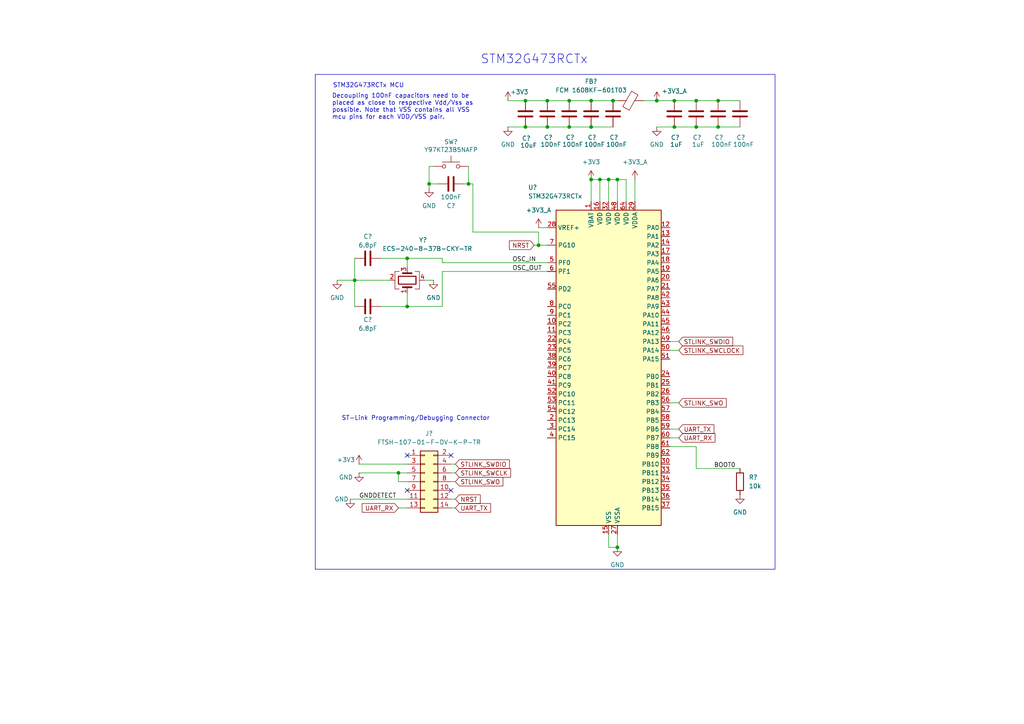
<source format=kicad_sch>
(kicad_sch (version 20250114) (generator "eeschema") (generator_version "9.0")
  (paper "A4")
  (lib_symbols
    (symbol "Connector_Generic:Conn_02x07_Odd_Even" (pin_names (offset 1.016) (hide yes))
      (property "Reference" "J" (at 1.27 10.16 0))
      (property "Value" "Conn_02x07_Odd_Even" (at 1.27 -10.16 0))
      (symbol "Conn_02x07_Odd_Even_1_1"
        (rectangle (start -1.27 8.89) (end 3.81 -8.89) (stroke (width 0.254)) (fill (type background)))
        (rectangle (start -1.27 7.747) (end 0 7.493) (stroke (width 0.1524)))
        (rectangle (start -1.27 5.207) (end 0 4.953) (stroke (width 0.1524)))
        (rectangle (start -1.27 2.667) (end 0 2.413) (stroke (width 0.1524)))
        (rectangle (start -1.27 0.127) (end 0 -0.127) (stroke (width 0.1524)))
        (rectangle (start -1.27 -2.413) (end 0 -2.667) (stroke (width 0.1524)))
        (rectangle (start -1.27 -4.953) (end 0 -5.207) (stroke (width 0.1524)))
        (rectangle (start -1.27 -7.493) (end 0 -7.747) (stroke (width 0.1524)))
        (rectangle (start 3.81 7.747) (end 2.54 7.493) (stroke (width 0.1524)))
        (rectangle (start 3.81 5.207) (end 2.54 4.953) (stroke (width 0.1524)))
        (rectangle (start 3.81 2.667) (end 2.54 2.413) (stroke (width 0.1524)))
        (rectangle (start 3.81 0.127) (end 2.54 -0.127) (stroke (width 0.1524)))
        (rectangle (start 3.81 -2.413) (end 2.54 -2.667) (stroke (width 0.1524)))
        (rectangle (start 3.81 -4.953) (end 2.54 -5.207) (stroke (width 0.1524)))
        (rectangle (start 3.81 -7.493) (end 2.54 -7.747) (stroke (width 0.1524)))
        (pin passive line (at -5.08 7.62 0) (length 3.81) (name "Pin_1") (number "1"))
        (pin passive line (at -5.08 5.08 0) (length 3.81) (name "Pin_3") (number "3"))
        (pin passive line (at -5.08 2.54 0) (length 3.81) (name "Pin_5") (number "5"))
        (pin passive line (at -5.08 0 0) (length 3.81) (name "Pin_7") (number "7"))
        (pin passive line (at -5.08 -2.54 0) (length 3.81) (name "Pin_9") (number "9"))
        (pin passive line (at -5.08 -5.08 0) (length 3.81) (name "Pin_11") (number "11"))
        (pin passive line (at -5.08 -7.62 0) (length 3.81) (name "Pin_13") (number "13"))
        (pin passive line (at 7.62 7.62 180) (length 3.81) (name "Pin_2") (number "2"))
        (pin passive line (at 7.62 5.08 180) (length 3.81) (name "Pin_4") (number "4"))
        (pin passive line (at 7.62 2.54 180) (length 3.81) (name "Pin_6") (number "6"))
        (pin passive line (at 7.62 0 180) (length 3.81) (name "Pin_8") (number "8"))
        (pin passive line (at 7.62 -2.54 180) (length 3.81) (name "Pin_10") (number "10"))
        (pin passive line (at 7.62 -5.08 180) (length 3.81) (name "Pin_12") (number "12"))
        (pin passive line (at 7.62 -7.62 180) (length 3.81) (name "Pin_14") (number "14"))
      )
    )
    (symbol "Device:C" (pin_numbers (hide yes)) (pin_names (offset 0.254))
      (property "Reference" "C" (at 0.635 2.54 0))
      (property "Value" "C" (at 0.635 -2.54 0))
      (symbol "C_0_1"
        (polyline (pts (xy -2.032 0.762) (xy 2.032 0.762)) (stroke (width 0.508)))
        (polyline (pts (xy -2.032 -0.762) (xy 2.032 -0.762)) (stroke (width 0.508)))
      )
      (symbol "C_1_1"
        (pin passive line (at 0 3.81 270) (length 2.794) (name "~") (number "1"))
        (pin passive line (at 0 -3.81 90) (length 2.794) (name "~") (number "2"))
      )
    )
    (symbol "Device:Crystal_GND24" (pin_names (offset 1.016) (hide yes))
      (property "Reference" "Y" (at 3.175 5.08 0))
      (property "Value" "Crystal_GND24" (at 3.175 3.175 0))
      (symbol "Crystal_GND24_0_1"
        (polyline (pts (xy -2.54 2.286) (xy -2.54 3.556) (xy 2.54 3.556) (xy 2.54 2.286)))
        (polyline (pts (xy -2.54 0) (xy -2.032 0)))
        (polyline (pts (xy -2.54 -2.286) (xy -2.54 -3.556) (xy 2.54 -3.556) (xy 2.54 -2.286)))
        (polyline (pts (xy -2.032 -1.27) (xy -2.032 1.27)) (stroke (width 0.508)))
        (rectangle (start -1.143 2.54) (end 1.143 -2.54) (stroke (width 0.3048)))
        (polyline (pts (xy 0 3.556) (xy 0 3.81)))
        (polyline (pts (xy 0 -3.81) (xy 0 -3.556)))
        (polyline (pts (xy 2.032 0) (xy 2.54 0)))
        (polyline (pts (xy 2.032 -1.27) (xy 2.032 1.27)) (stroke (width 0.508)))
      )
      (symbol "Crystal_GND24_1_1"
        (pin passive line (at -3.81 0 0) (length 1.27) (name "1") (number "1"))
        (pin passive line (at 0 5.08 270) (length 1.27) (name "2") (number "2"))
        (pin passive line (at 0 -5.08 90) (length 1.27) (name "4") (number "4"))
        (pin passive line (at 3.81 0 180) (length 1.27) (name "3") (number "3"))
      )
    )
    (symbol "Device:FerriteBead" (pin_numbers (hide yes)) (pin_names (offset 0))
      (property "Reference" "FB" (at -3.81 0.635 90))
      (property "Value" "FerriteBead" (at 3.81 0 90))
      (symbol "FerriteBead_0_1"
        (polyline (pts (xy -2.7686 0.4064) (xy -1.7018 2.2606) (xy 2.7686 -0.3048) (xy 1.6764 -2.159) (xy -2.7686 0.4064)))
        (polyline (pts (xy 0 1.27) (xy 0 1.2954)))
        (polyline (pts (xy 0 -1.27) (xy 0 -1.2192)))
      )
      (symbol "FerriteBead_1_1"
        (pin passive line (at 0 3.81 270) (length 2.54) (name "~") (number "1"))
        (pin passive line (at 0 -3.81 90) (length 2.54) (name "~") (number "2"))
      )
    )
    (symbol "Device:R" (pin_numbers (hide yes)) (pin_names (offset 0))
      (property "Reference" "R" (at 2.032 0 90))
      (property "Value" "R" (at 0 0 90))
      (symbol "R_0_1"
        (rectangle (start -1.016 -2.54) (end 1.016 2.54) (stroke (width 0.254)))
      )
      (symbol "R_1_1"
        (pin passive line (at 0 3.81 270) (length 1.27) (name "~") (number "1"))
        (pin passive line (at 0 -3.81 90) (length 1.27) (name "~") (number "2"))
      )
    )
    (symbol "MCU_ST_STM32G4:STM32G473RCTx"
      (property "Reference" "U" (at -15.24 46.99 0))
      (property "Value" "STM32G473RCTx" (at 10.16 46.99 0))
      (symbol "STM32G473RCTx_0_1"
        (rectangle (start -15.24 -45.72) (end 15.24 45.72) (stroke (width 0.254)) (fill (type background)))
      )
      (symbol "STM32G473RCTx_1_1"
        (pin input line (at -17.78 40.64 0) (length 2.54) (name "VREF+") (number "28"))
        (pin bidirectional line (at -17.78 35.56 0) (length 2.54) (name "PG10") (number "7"))
        (pin bidirectional line (at -17.78 30.48 0) (length 2.54) (name "PF0") (number "5"))
        (pin bidirectional line (at -17.78 27.94 0) (length 2.54) (name "PF1") (number "6"))
        (pin bidirectional line (at -17.78 22.86 0) (length 2.54) (name "PD2") (number "55"))
        (pin bidirectional line (at -17.78 17.78 0) (length 2.54) (name "PC0") (number "8"))
        (pin bidirectional line (at -17.78 15.24 0) (length 2.54) (name "PC1") (number "9"))
        (pin bidirectional line (at -17.78 12.7 0) (length 2.54) (name "PC2") (number "10"))
        (pin bidirectional line (at -17.78 10.16 0) (length 2.54) (name "PC3") (number "11"))
        (pin bidirectional line (at -17.78 7.62 0) (length 2.54) (name "PC4") (number "22"))
        (pin bidirectional line (at -17.78 5.08 0) (length 2.54) (name "PC5") (number "23"))
        (pin bidirectional line (at -17.78 2.54 0) (length 2.54) (name "PC6") (number "38"))
        (pin bidirectional line (at -17.78 0 0) (length 2.54) (name "PC7") (number "39"))
        (pin bidirectional line (at -17.78 -2.54 0) (length 2.54) (name "PC8") (number "40"))
        (pin bidirectional line (at -17.78 -5.08 0) (length 2.54) (name "PC9") (number "41"))
        (pin bidirectional line (at -17.78 -7.62 0) (length 2.54) (name "PC10") (number "52"))
        (pin bidirectional line (at -17.78 -10.16 0) (length 2.54) (name "PC11") (number "53"))
        (pin bidirectional line (at -17.78 -12.7 0) (length 2.54) (name "PC12") (number "54"))
        (pin bidirectional line (at -17.78 -15.24 0) (length 2.54) (name "PC13") (number "2"))
        (pin bidirectional line (at -17.78 -17.78 0) (length 2.54) (name "PC14") (number "3"))
        (pin bidirectional line (at -17.78 -20.32 0) (length 2.54) (name "PC15") (number "4"))
        (pin power_in line (at -5.08 48.26 270) (length 2.54) (name "VBAT") (number "1"))
        (pin power_in line (at -2.54 48.26 270) (length 2.54) (name "VDD") (number "16"))
        (pin power_in line (at 0 48.26 270) (length 2.54) (name "VDD") (number "32"))
        (pin power_in line (at 0 -48.26 90) (length 2.54) (name "VSS") (number "15"))
        (pin passive line (at 0 -48.26 90) (length 2.54) (hide yes) (name "VSS") (number "31"))
        (pin passive line (at 0 -48.26 90) (length 2.54) (hide yes) (name "VSS") (number "47"))
        (pin passive line (at 0 -48.26 90) (length 2.54) (hide yes) (name "VSS") (number "63"))
        (pin power_in line (at 2.54 48.26 270) (length 2.54) (name "VDD") (number "48"))
        (pin power_in line (at 2.54 -48.26 90) (length 2.54) (name "VSSA") (number "27"))
        (pin power_in line (at 5.08 48.26 270) (length 2.54) (name "VDD") (number "64"))
        (pin power_in line (at 7.62 48.26 270) (length 2.54) (name "VDDA") (number "29"))
        (pin bidirectional line (at 17.78 40.64 180) (length 2.54) (name "PA0") (number "12"))
        (pin bidirectional line (at 17.78 38.1 180) (length 2.54) (name "PA1") (number "13"))
        (pin bidirectional line (at 17.78 35.56 180) (length 2.54) (name "PA2") (number "14"))
        (pin bidirectional line (at 17.78 33.02 180) (length 2.54) (name "PA3") (number "17"))
        (pin bidirectional line (at 17.78 30.48 180) (length 2.54) (name "PA4") (number "18"))
        (pin bidirectional line (at 17.78 27.94 180) (length 2.54) (name "PA5") (number "19"))
        (pin bidirectional line (at 17.78 25.4 180) (length 2.54) (name "PA6") (number "20"))
        (pin bidirectional line (at 17.78 22.86 180) (length 2.54) (name "PA7") (number "21"))
        (pin bidirectional line (at 17.78 20.32 180) (length 2.54) (name "PA8") (number "42"))
        (pin bidirectional line (at 17.78 17.78 180) (length 2.54) (name "PA9") (number "43"))
        (pin bidirectional line (at 17.78 15.24 180) (length 2.54) (name "PA10") (number "44"))
        (pin bidirectional line (at 17.78 12.7 180) (length 2.54) (name "PA11") (number "45"))
        (pin bidirectional line (at 17.78 10.16 180) (length 2.54) (name "PA12") (number "46"))
        (pin bidirectional line (at 17.78 7.62 180) (length 2.54) (name "PA13") (number "49"))
        (pin bidirectional line (at 17.78 5.08 180) (length 2.54) (name "PA14") (number "50"))
        (pin bidirectional line (at 17.78 2.54 180) (length 2.54) (name "PA15") (number "51"))
        (pin bidirectional line (at 17.78 -2.54 180) (length 2.54) (name "PB0") (number "24"))
        (pin bidirectional line (at 17.78 -5.08 180) (length 2.54) (name "PB1") (number "25"))
        (pin bidirectional line (at 17.78 -7.62 180) (length 2.54) (name "PB2") (number "26"))
        (pin bidirectional line (at 17.78 -10.16 180) (length 2.54) (name "PB3") (number "56"))
        (pin bidirectional line (at 17.78 -12.7 180) (length 2.54) (name "PB4") (number "57"))
        (pin bidirectional line (at 17.78 -15.24 180) (length 2.54) (name "PB5") (number "58"))
        (pin bidirectional line (at 17.78 -17.78 180) (length 2.54) (name "PB6") (number "59"))
        (pin bidirectional line (at 17.78 -20.32 180) (length 2.54) (name "PB7") (number "60"))
        (pin bidirectional line (at 17.78 -22.86 180) (length 2.54) (name "PB8") (number "61"))
        (pin bidirectional line (at 17.78 -25.4 180) (length 2.54) (name "PB9") (number "62"))
        (pin bidirectional line (at 17.78 -27.94 180) (length 2.54) (name "PB10") (number "30"))
        (pin bidirectional line (at 17.78 -30.48 180) (length 2.54) (name "PB11") (number "33"))
        (pin bidirectional line (at 17.78 -33.02 180) (length 2.54) (name "PB12") (number "34"))
        (pin bidirectional line (at 17.78 -35.56 180) (length 2.54) (name "PB13") (number "35"))
        (pin bidirectional line (at 17.78 -38.1 180) (length 2.54) (name "PB14") (number "36"))
        (pin bidirectional line (at 17.78 -40.64 180) (length 2.54) (name "PB15") (number "37"))
      )
    )
    (symbol "Switch:SW_Push" (pin_numbers (hide yes)) (pin_names (offset 1.016) (hide yes))
      (property "Reference" "SW" (at 1.27 2.54 0))
      (property "Value" "SW_Push" (at 0 -1.524 0))
      (symbol "SW_Push_0_1"
        (circle (center -2.032 0) (radius 0.508))
        (polyline (pts (xy 0 1.27) (xy 0 3.048)))
        (circle (center 2.032 0) (radius 0.508))
        (polyline (pts (xy 2.54 1.27) (xy -2.54 1.27)))
        (pin passive line (at -5.08 0 0) (length 2.54) (name "1") (number "1"))
        (pin passive line (at 5.08 0 180) (length 2.54) (name "2") (number "2"))
      )
    )
    (symbol "power:+3V3" (power) (pin_numbers (hide yes)) (pin_names (offset 0) (hide yes))
      (property "Value" "+3V3" (at 0 3.556 0))
      (symbol "+3V3_0_1"
        (polyline (pts (xy -0.762 1.27) (xy 0 2.54)))
        (polyline (pts (xy 0 2.54) (xy 0.762 1.27)))
        (polyline (pts (xy 0 0) (xy 0 2.54)))
      )
      (symbol "+3V3_1_1"
        (pin power_in line (at 0 0 90) (length 0) (name "~") (number "1"))
      )
    )
    (symbol "power:GND" (power) (pin_numbers (hide yes)) (pin_names (offset 0) (hide yes))
      (property "Value" "GND" (at 0 -3.81 0))
      (symbol "GND_0_1"
        (polyline (pts (xy 0 0) (xy 0 -1.27) (xy 1.27 -1.27) (xy 0 -2.54) (xy -1.27 -1.27) (xy 0 -1.27)))
      )
      (symbol "GND_1_1"
        (pin power_in line (at 0 0 270) (length 0) (name "~") (number "1"))
      )
    )
  )
  (rectangle (start 91.44 21.59) (end 224.79 165.1))
  (text "STM32G473RCTx" (at 154.94 17.272 0) (effects (font (size 2.54 2.54))))
  (text "ST-Link Programming/Debugging Connector" (at 99.06 120.65 0) (effects (font (size 1.27 1.27)) (justify left top)))
  (text "Decoupling 100nF capacitors need to be\nplaced as close to respective Vdd/Vss as\npossible. Note that VSS contains all VSS \nmcu pins for each VDD/VSS pair." (at 96.266 30.988 0) (effects (font (size 1.27 1.27)) (justify left)))
  (text "STM32G473RCTx MCU" (at 96.52 24.13 0) (effects (font (size 1.27 1.27)) (justify left top)))
  (junction (at 171.45 29.21))
  (junction (at 190.5 29.21))
  (junction (at 118.11 88.9))
  (junction (at 158.75 29.21))
  (junction (at 171.45 52.07))
  (junction (at 118.11 74.93))
  (junction (at 152.4 29.21))
  (junction (at 195.58 36.83))
  (junction (at 176.53 52.07))
  (junction (at 201.93 36.83))
  (junction (at 135.89 53.34))
  (junction (at 102.87 81.28))
  (junction (at 158.75 36.83))
  (junction (at 173.99 52.07))
  (junction (at 208.28 36.83))
  (junction (at 177.8 29.21))
  (junction (at 124.46 53.34))
  (junction (at 195.58 29.21))
  (junction (at 179.07 158.75))
  (junction (at 179.07 52.07))
  (junction (at 156.21 71.12))
  (junction (at 208.28 29.21))
  (junction (at 152.4 36.83))
  (junction (at 201.93 29.21))
  (junction (at 165.1 36.83))
  (junction (at 165.1 29.21))
  (junction (at 171.45 36.83))
  (junction (at 115.57 137.16))
  (no_connect (at 130.81 132.08))
  (no_connect (at 130.81 142.24))
  (no_connect (at 118.11 132.08))
  (no_connect (at 118.11 142.24))
  (wire (pts (xy 208.28 29.21) (xy 214.63 29.21)))
  (wire (pts (xy 137.16 53.34) (xy 137.16 67.31)))
  (wire (pts (xy 158.75 36.83) (xy 165.1 36.83)))
  (wire (pts (xy 171.45 36.83) (xy 177.8 36.83)))
  (wire (pts (xy 194.31 99.06) (xy 196.85 99.06)))
  (wire (pts (xy 130.81 137.16) (xy 132.08 137.16)))
  (wire (pts (xy 176.53 52.07) (xy 176.53 58.42)))
  (wire (pts (xy 201.93 129.54) (xy 194.31 129.54)))
  (wire (pts (xy 123.19 81.28) (xy 125.73 81.28)))
  (wire (pts (xy 176.53 154.94) (xy 176.53 158.75)))
  (wire (pts (xy 179.07 52.07) (xy 181.61 52.07)))
  (wire (pts (xy 130.81 144.78) (xy 132.08 144.78)))
  (wire (pts (xy 194.31 101.6) (xy 196.85 101.6)))
  (wire (pts (xy 118.11 139.7) (xy 115.57 139.7)))
  (wire (pts (xy 195.58 36.83) (xy 201.93 36.83)))
  (wire (pts (xy 179.07 154.94) (xy 179.07 158.75)))
  (wire (pts (xy 186.69 29.21) (xy 190.5 29.21)))
  (wire (pts (xy 128.27 88.9) (xy 118.11 88.9)))
  (wire (pts (xy 124.46 54.61) (xy 124.46 53.34)))
  (wire (pts (xy 165.1 36.83) (xy 171.45 36.83)))
  (wire (pts (xy 201.93 29.21) (xy 208.28 29.21)))
  (wire (pts (xy 190.5 29.21) (xy 195.58 29.21)))
  (wire (pts (xy 156.21 71.12) (xy 156.21 67.31)))
  (wire (pts (xy 104.14 134.62) (xy 118.11 134.62)))
  (wire (pts (xy 173.99 52.07) (xy 173.99 58.42)))
  (wire (pts (xy 128.27 78.74) (xy 158.75 78.74)))
  (wire (pts (xy 152.4 29.21) (xy 158.75 29.21)))
  (wire (pts (xy 156.21 71.12) (xy 158.75 71.12)))
  (wire (pts (xy 97.79 81.28) (xy 102.87 81.28)))
  (wire (pts (xy 104.14 137.16) (xy 115.57 137.16)))
  (wire (pts (xy 179.07 52.07) (xy 179.07 58.42)))
  (wire (pts (xy 173.99 52.07) (xy 176.53 52.07)))
  (wire (pts (xy 156.21 67.31) (xy 137.16 67.31)))
  (wire (pts (xy 147.32 36.83) (xy 152.4 36.83)))
  (wire (pts (xy 102.87 81.28) (xy 102.87 88.9)))
  (wire (pts (xy 128.27 78.74) (xy 128.27 88.9)))
  (wire (pts (xy 184.15 52.07) (xy 184.15 58.42)))
  (wire (pts (xy 115.57 139.7) (xy 115.57 137.16)))
  (wire (pts (xy 201.93 135.89) (xy 201.93 129.54)))
  (wire (pts (xy 194.31 124.46) (xy 196.85 124.46)))
  (wire (pts (xy 152.4 36.83) (xy 158.75 36.83)))
  (wire (pts (xy 195.58 29.21) (xy 201.93 29.21)))
  (wire (pts (xy 124.46 48.26) (xy 125.73 48.26)))
  (wire (pts (xy 135.89 48.26) (xy 135.89 53.34)))
  (wire (pts (xy 171.45 52.07) (xy 173.99 52.07)))
  (wire (pts (xy 130.81 139.7) (xy 132.08 139.7)))
  (wire (pts (xy 208.28 36.83) (xy 214.63 36.83)))
  (wire (pts (xy 130.81 134.62) (xy 132.08 134.62)))
  (wire (pts (xy 115.57 147.32) (xy 118.11 147.32)))
  (wire (pts (xy 171.45 29.21) (xy 177.8 29.21)))
  (wire (pts (xy 118.11 77.47) (xy 118.11 74.93)))
  (wire (pts (xy 130.81 147.32) (xy 132.08 147.32)))
  (wire (pts (xy 176.53 52.07) (xy 179.07 52.07)))
  (wire (pts (xy 190.5 36.83) (xy 195.58 36.83)))
  (wire (pts (xy 102.87 74.93) (xy 102.87 81.28)))
  (wire (pts (xy 124.46 53.34) (xy 127 53.34)))
  (wire (pts (xy 147.32 29.21) (xy 152.4 29.21)))
  (wire (pts (xy 128.27 76.2) (xy 128.27 74.93)))
  (wire (pts (xy 102.87 81.28) (xy 113.03 81.28)))
  (wire (pts (xy 118.11 85.09) (xy 118.11 88.9)))
  (wire (pts (xy 101.6 144.78) (xy 118.11 144.78)))
  (wire (pts (xy 194.31 116.84) (xy 196.85 116.84)))
  (wire (pts (xy 181.61 58.42) (xy 181.61 52.07)))
  (wire (pts (xy 118.11 74.93) (xy 128.27 74.93)))
  (wire (pts (xy 158.75 29.21) (xy 165.1 29.21)))
  (wire (pts (xy 128.27 76.2) (xy 158.75 76.2)))
  (wire (pts (xy 201.93 135.89) (xy 214.63 135.89)))
  (wire (pts (xy 124.46 48.26) (xy 124.46 53.34)))
  (wire (pts (xy 165.1 29.21) (xy 171.45 29.21)))
  (wire (pts (xy 115.57 137.16) (xy 118.11 137.16)))
  (wire (pts (xy 171.45 52.07) (xy 171.45 58.42)))
  (wire (pts (xy 176.53 158.75) (xy 179.07 158.75)))
  (wire (pts (xy 194.31 127) (xy 196.85 127)))
  (wire (pts (xy 134.62 53.34) (xy 135.89 53.34)))
  (wire (pts (xy 154.94 71.12) (xy 156.21 71.12)))
  (wire (pts (xy 110.49 88.9) (xy 118.11 88.9)))
  (wire (pts (xy 135.89 53.34) (xy 137.16 53.34)))
  (wire (pts (xy 156.21 66.04) (xy 158.75 66.04)))
  (wire (pts (xy 201.93 36.83) (xy 208.28 36.83)))
  (wire (pts (xy 110.49 74.93) (xy 118.11 74.93)))
  (wire (pts (xy 179.07 29.21) (xy 177.8 29.21)))
  (label "GNDDETECT" (at 104.14 144.78 0))
  (label "OSC_OUT" (at 148.59 78.74 0))
  (label "OSC_IN" (at 148.59 76.2 0))
  (label "BOOT0" (at 213.36 135.89 180))
  (global_label "UART_RX" (shape input) (at 115.57 147.32 180) (property "Intersheetrefs" "${INTERSHEET_REFS}" (effects (hide yes))))
  (global_label "NRST" (shape input) (at 154.94 71.12 180) (property "Intersheetrefs" "${INTERSHEET_REFS}" (effects (hide yes))))
  (global_label "STLINK_SWDIO" (shape input) (at 132.08 134.62 0) (property "Intersheetrefs" "${INTERSHEET_REFS}" (effects (hide yes))))
  (global_label "UART_TX" (shape input) (at 196.85 124.46 0) (property "Intersheetrefs" "${INTERSHEET_REFS}" (effects (hide yes))))
  (global_label "STLINK_SWO" (shape input) (at 196.85 116.84 0) (property "Intersheetrefs" "${INTERSHEET_REFS}" (effects (hide yes))))
  (global_label "NRST" (shape input) (at 132.08 144.78 0) (property "Intersheetrefs" "${INTERSHEET_REFS}" (effects (hide yes))))
  (global_label "UART_RX" (shape input) (at 196.85 127 0) (property "Intersheetrefs" "${INTERSHEET_REFS}" (effects (hide yes))))
  (global_label "STLINK_SWDIO" (shape input) (at 196.85 99.06 0) (property "Intersheetrefs" "${INTERSHEET_REFS}" (effects (hide yes))))
  (global_label "STLINK_SWO" (shape input) (at 132.08 139.7 0) (property "Intersheetrefs" "${INTERSHEET_REFS}" (effects (hide yes))))
  (global_label "UART_TX" (shape input) (at 132.08 147.32 0) (property "Intersheetrefs" "${INTERSHEET_REFS}" (effects (hide yes))))
  (global_label "STLINK_SWCLK" (shape input) (at 132.08 137.16 0) (property "Intersheetrefs" "${INTERSHEET_REFS}" (effects (hide yes))))
  (global_label "STLINK_SWCLOCK" (shape input) (at 196.85 101.6 0) (property "Intersheetrefs" "${INTERSHEET_REFS}" (effects (hide yes))))
  (symbol (lib_id "Switch:SW_Push") (at 130.81 48.26 0) (unit 1)
    (property "Reference" "SW?" (at 130.81 41.148 0))
    (property "Value" "Y97KT23B5NAFP" (at 130.81 43.434 0))
    (property "Footprint" "Button_Switch_SMD:SW_SPST_PTS647_Sx38" (effects (hide yes)))
    (property "Datasheet" "https://www.ckswitches.com/media/2567/pts647.pdf" (effects (hide yes)))
    (property "Description" "Push button switch, generic, two pins" (effects (hide yes)))
    (property "Digi PN" "108-Y97KT23B5NAFPCT-ND" (effects (hide yes)))
    (property "MFG" "C&K" (effects (hide yes)))
    (property "MFG PN" "Y97KT23B5NAFP" (effects (hide yes)))
    (property "Digi URL" "https://www.digikey.com/en/products/detail/c-k/y97kt23b5nafp/9649862" (effects (hide yes)))
  )
  (symbol (lib_id "Device:C") (at 152.4 33.02 0) (mirror x) (unit 1)
    (property "Reference" "C?" (at 151.384 40.132 0) (effects (justify left)))
    (property "Value" "10uF" (at 150.876 42.164 0) (effects (justify left)))
    (property "Footprint" "Capacitor_SMD:C_0805_2012Metric_Pad1.18x1.45mm_HandSolder" (effects (hide yes)))
    (property "Datasheet" "https://mm.digikey.com/Volume0/opasdata/d220001/medias/docus/658/CL21A106KOQNNNG_Spec.pdf" (effects (hide yes)))
    (property "Description" "Unpolarized capacitor" (effects (hide yes)))
    (property "Digi PN" "1276-6455-1-ND" (effects (hide yes)))
    (property "MFG" "Samsung Electro-Mechanics" (effects (hide yes)))
    (property "MFG PN" "CL21A106KOQNNNG" (effects (hide yes)))
    (property "Digi URL" "https://www.digikey.com/en/products/detail/samsung-electro-mechanics/CL21A106KOQNNNG/3894417" (effects (hide yes)))
  )
  (symbol (lib_id "power:GND") (at 147.32 36.83 0) (unit 1)
    (property "Reference" "#PWR?" (effects (hide yes)))
    (property "Value" "GND" (at 147.32 41.91 0))
    (property "Description" "Power symbol creates a global label with name \"GND\" , ground" (effects (hide yes)))
  )
  (symbol (lib_id "Device:C") (at 177.8 33.02 0) (unit 1)
    (property "Reference" "C?" (at 176.784 39.878 0) (effects (justify left)))
    (property "Value" "100nF" (at 175.768 41.91 0) (effects (justify left)))
    (property "Footprint" "Capacitor_SMD:C_0805_2012Metric_Pad1.18x1.45mm_HandSolder" (effects (hide yes)))
    (property "Datasheet" "https://www.yageo.com/upload/media/product/productsearch/datasheet/mlcc/UPY-GPHC_X7R_6.3V-to-250V_24.pdf" (effects (hide yes)))
    (property "Description" "Unpolarized capacitor" (effects (hide yes)))
    (property "Digi PN" "311-1140-1-ND" (effects (hide yes)))
    (property "MFG" "Yageo" (effects (hide yes)))
    (property "MFG PN" "CC0805KRX7R9BB104" (effects (hide yes)))
    (property "Digi URL" "https://www.digikey.com/en/products/detail/yageo/CC0805KRX7R9BB104/302874" (effects (hide yes)))
  )
  (symbol (lib_id "power:GND") (at 97.79 81.28 0) (unit 1)
    (property "Reference" "#PWR?" (effects (hide yes)))
    (property "Value" "GND" (at 97.79 86.36 0))
    (property "Description" "Power symbol creates a global label with name \"GND\" , ground" (effects (hide yes)))
  )
  (symbol (lib_id "power:GND") (at 125.73 81.28 0) (unit 1)
    (property "Reference" "#PWR?" (effects (hide yes)))
    (property "Value" "GND" (at 125.73 86.36 0))
    (property "Description" "Power symbol creates a global label with name \"GND\" , ground" (effects (hide yes)))
  )
  (symbol (lib_id "power:+3V3") (at 184.15 52.07 0) (unit 1)
    (property "Reference" "#PWR?" (effects (hide yes)))
    (property "Value" "+3V3_A" (at 184.15 46.99 0))
    (property "Description" "Power symbol creates a global label with name \"+3V3_A\"" (effects (hide yes)))
  )
  (symbol (lib_id "MCU_ST_STM32G4:STM32G473RCTx") (at 176.53 106.68 0) (unit 1)
    (property "Reference" "U?" (at 153.162 54.356 0) (effects (justify left)))
    (property "Value" "STM32G473RCTx" (at 153.162 56.896 0) (effects (justify left)))
    (property "Footprint" "Package_QFP:LQFP-64_10x10mm_P0.5mm" (effects (hide yes)))
    (property "Datasheet" "https://www.st.com/resource/en/datasheet/stm32g473rc.pdf" (effects (hide yes)))
    (property "Description" "STMicroelectronics Arm Cortex-M4 MCU, 256KB flash, 128KB RAM, 170 MHz, 1.71-3.6V, 52 GPIO, LQFP64" (effects (hide yes)))
    (property "Digi PN" "497-STM32G473RCT6-ND" (effects (hide yes)))
    (property "MFG" "STMicroelectronics" (effects (hide yes)))
    (property "MFG PN" "STM32G473RCT6" (effects (hide yes)))
    (property "Digi URL" "https://www.digikey.com/en/products/detail/stmicroelectronics/STM32G473RCT6/10326720" (effects (hide yes)))
  )
  (symbol (lib_id "power:GND") (at 104.14 137.16 0) (unit 1)
    (property "Reference" "#PWR?" (effects (hide yes)))
    (property "Value" "GND" (at 100.33 138.43 0))
    (property "Description" "Power symbol creates a global label with name \"GND\" , ground" (effects (hide yes)))
  )
  (symbol (lib_id "power:+3V3") (at 190.5 29.21 0) (unit 1)
    (property "Reference" "#PWR?" (effects (hide yes)))
    (property "Value" "+3V3_A" (at 195.58 26.416 0))
    (property "Description" "Power symbol creates a global label with name \"+3V3_A\"" (effects (hide yes)))
  )
  (symbol (lib_id "power:+3V3") (at 147.32 29.21 0) (unit 1)
    (property "Reference" "#PWR?" (effects (hide yes)))
    (property "Value" "+3V3" (at 150.622 26.67 0))
    (property "Description" "Power symbol creates a global label with name \"+3V3\"" (effects (hide yes)))
  )
  (symbol (lib_id "Connector_Generic:Conn_02x07_Odd_Even") (at 123.19 139.7 0) (unit 1)
    (property "Reference" "J?" (at 124.46 125.73 0))
    (property "Value" "FTSH-107-01-F-DV-K-P-TR" (at 124.46 128.27 0))
    (property "Footprint" "Connector_PinHeader_1.27mm:PinHeader_2x07_P1.27mm_Vertical_SMD" (effects (hide yes)))
    (property "Datasheet" "https://mm.digikey.com/Volume0/opasdata/d220001/medias/docus/6209/ftsh-1xx-xx-xxx-dv-xxx-xxx-x-xx-mkt.pdf" (effects (hide yes)))
    (property "Description" "Generic connector, double row, 02x07, odd/even pin numbering scheme (row 1 odd numbers, row 2 even numbers), script generated (kicad-library-utils/schlib/autogen/connector/)" (effects (hide yes)))
    (property "MFG PN" "FTSH-107-01-F-DV-K-P-TR" (effects (hide yes)))
    (property "Digi PN" "SAM13170CT-ND" (effects (hide yes)))
    (property "MFG" "Samtec Inc." (effects (hide yes)))
    (property "Digi URL" "https://www.digikey.com/en/products/detail/samtec-inc/FTSH-107-01-F-DV-K-P-TR/6693677" (effects (hide yes)))
  )
  (symbol (lib_id "Device:C") (at 171.45 33.02 0) (unit 1)
    (property "Reference" "C?" (at 170.434 39.878 0) (effects (justify left)))
    (property "Value" "100nF" (at 169.418 41.91 0) (effects (justify left)))
    (property "Footprint" "Capacitor_SMD:C_0805_2012Metric_Pad1.18x1.45mm_HandSolder" (effects (hide yes)))
    (property "Datasheet" "https://www.yageo.com/upload/media/product/productsearch/datasheet/mlcc/UPY-GPHC_X7R_6.3V-to-250V_24.pdf" (effects (hide yes)))
    (property "Description" "Unpolarized capacitor" (effects (hide yes)))
    (property "Digi PN" "311-1140-1-ND" (effects (hide yes)))
    (property "MFG" "Yageo" (effects (hide yes)))
    (property "MFG PN" "CC0805KRX7R9BB104" (effects (hide yes)))
    (property "Digi URL" "https://www.digikey.com/en/products/detail/yageo/CC0805KRX7R9BB104/302874" (effects (hide yes)))
  )
  (symbol (lib_id "Device:C") (at 165.1 33.02 0) (unit 1)
    (property "Reference" "C?" (at 164.084 39.878 0) (effects (justify left)))
    (property "Value" "100nF" (at 163.068 41.91 0) (effects (justify left)))
    (property "Footprint" "Capacitor_SMD:C_0805_2012Metric_Pad1.18x1.45mm_HandSolder" (effects (hide yes)))
    (property "Datasheet" "https://www.yageo.com/upload/media/product/productsearch/datasheet/mlcc/UPY-GPHC_X7R_6.3V-to-250V_24.pdf" (effects (hide yes)))
    (property "Description" "Unpolarized capacitor" (effects (hide yes)))
    (property "Digi PN" "311-1140-1-ND" (effects (hide yes)))
    (property "MFG" "Yageo" (effects (hide yes)))
    (property "MFG PN" "CC0805KRX7R9BB104" (effects (hide yes)))
    (property "Digi URL" "https://www.digikey.com/en/products/detail/yageo/CC0805KRX7R9BB104/302874" (effects (hide yes)))
  )
  (symbol (lib_id "Device:C") (at 201.93 33.02 0) (unit 1)
    (property "Reference" "C?" (at 200.914 39.878 0) (effects (justify left)))
    (property "Value" "1uF" (at 200.66 41.91 0) (effects (justify left)))
    (property "Footprint" "Capacitor_SMD:C_0805_2012Metric_Pad1.18x1.45mm_HandSolder" (effects (hide yes)))
    (property "Datasheet" "https://mm.digikey.com/Volume0/opasdata/d220001/medias/docus/609/CL21B105KBFNNNE_Spec.pdf" (effects (hide yes)))
    (property "Description" "Unpolarized capacitor" (effects (hide yes)))
    (property "Digi PN" "1276-1029-1-ND" (effects (hide yes)))
    (property "MFG" "Samsung Electro-Mechanics" (effects (hide yes)))
    (property "MFG PN" "CL21B105KBFNNNE" (effects (hide yes)))
    (property "Digi URL" "https://www.digikey.com/en/products/detail/samsung-electro-mechanics/CL21B105KBFNNNE/3886687" (effects (hide yes)))
  )
  (symbol (lib_id "Device:C") (at 195.58 33.02 0) (unit 1)
    (property "Reference" "C?" (at 194.564 39.878 0) (effects (justify left)))
    (property "Value" "1uF" (at 194.31 41.91 0) (effects (justify left)))
    (property "Footprint" "Capacitor_SMD:C_0805_2012Metric_Pad1.18x1.45mm_HandSolder" (effects (hide yes)))
    (property "Datasheet" "https://mm.digikey.com/Volume0/opasdata/d220001/medias/docus/609/CL21B105KBFNNNE_Spec.pdf" (effects (hide yes)))
    (property "Description" "Unpolarized capacitor" (effects (hide yes)))
    (property "Digi PN" "1276-1029-1-ND" (effects (hide yes)))
    (property "MFG" "Samsung Electro-Mechanics" (effects (hide yes)))
    (property "MFG PN" "CL21B105KBFNNNE" (effects (hide yes)))
    (property "Digi URL" "https://www.digikey.com/en/products/detail/samsung-electro-mechanics/CL21B105KBFNNNE/3886687" (effects (hide yes)))
  )
  (symbol (lib_id "Device:C") (at 208.28 33.02 0) (unit 1)
    (property "Reference" "C?" (at 207.264 39.878 0) (effects (justify left)))
    (property "Value" "100nF" (at 206.248 41.91 0) (effects (justify left)))
    (property "Footprint" "Capacitor_SMD:C_0805_2012Metric_Pad1.18x1.45mm_HandSolder" (effects (hide yes)))
    (property "Datasheet" "https://www.yageo.com/upload/media/product/productsearch/datasheet/mlcc/UPY-GPHC_X7R_6.3V-to-250V_24.pdf" (effects (hide yes)))
    (property "Description" "Unpolarized capacitor" (effects (hide yes)))
    (property "Digi PN" "311-1140-1-ND" (effects (hide yes)))
    (property "MFG" "Yageo" (effects (hide yes)))
    (property "MFG PN" "CC0805KRX7R9BB104" (effects (hide yes)))
    (property "Digi URL" "https://www.digikey.com/en/products/detail/yageo/CC0805KRX7R9BB104/302874" (effects (hide yes)))
  )
  (symbol (lib_id "Device:C") (at 214.63 33.02 0) (unit 1)
    (property "Reference" "C?" (at 213.614 39.878 0) (effects (justify left)))
    (property "Value" "100nF" (at 212.598 41.91 0) (effects (justify left)))
    (property "Footprint" "Capacitor_SMD:C_0805_2012Metric_Pad1.18x1.45mm_HandSolder" (effects (hide yes)))
    (property "Datasheet" "https://www.yageo.com/upload/media/product/productsearch/datasheet/mlcc/UPY-GPHC_X7R_6.3V-to-250V_24.pdf" (effects (hide yes)))
    (property "Description" "Unpolarized capacitor" (effects (hide yes)))
    (property "Digi PN" "311-1140-1-ND" (effects (hide yes)))
    (property "MFG" "Yageo" (effects (hide yes)))
    (property "MFG PN" "CC0805KRX7R9BB104" (effects (hide yes)))
    (property "Digi URL" "https://www.digikey.com/en/products/detail/yageo/CC0805KRX7R9BB104/302874" (effects (hide yes)))
  )
  (symbol (lib_id "power:GND") (at 190.5 36.83 0) (unit 1)
    (property "Reference" "#PWR?" (effects (hide yes)))
    (property "Value" "GND" (at 190.5 41.91 0))
    (property "Description" "Power symbol creates a global label with name \"GND\" , ground" (effects (hide yes)))
  )
  (symbol (lib_id "power:+3V3") (at 171.45 52.07 0) (unit 1)
    (property "Reference" "#PWR?" (effects (hide yes)))
    (property "Value" "+3V3" (at 171.45 46.99 0))
    (property "Description" "Power symbol creates a global label with name \"+3V3\"" (effects (hide yes)))
  )
  (symbol (lib_id "power:GND") (at 179.07 158.75 0) (unit 1)
    (property "Reference" "#PWR?" (effects (hide yes)))
    (property "Value" "GND" (at 179.07 163.83 0))
    (property "Description" "Power symbol creates a global label with name \"GND\" , ground" (effects (hide yes)))
  )
  (symbol (lib_id "power:GND") (at 101.6 144.78 0) (unit 1)
    (property "Reference" "#PWR?" (effects (hide yes)))
    (property "Value" "GND" (at 99.06 144.78 0))
    (property "Description" "Power symbol creates a global label with name \"GND\" , ground" (effects (hide yes)))
  )
  (symbol (lib_id "power:GND") (at 124.46 54.61 0) (unit 1)
    (property "Reference" "#PWR?" (effects (hide yes)))
    (property "Value" "GND" (at 124.46 59.69 0))
    (property "Description" "Power symbol creates a global label with name \"GND\" , ground" (effects (hide yes)))
  )
  (symbol (lib_id "Device:C") (at 106.68 88.9 270) (unit 1)
    (property "Reference" "C?" (at 106.68 92.71 90))
    (property "Value" "6.8pF" (at 106.68 95.25 90))
    (property "Footprint" "Capacitor_SMD:C_0805_2012Metric_Pad1.18x1.45mm_HandSolder" (effects (hide yes)))
    (property "Datasheet" "https://www.yageo.com/en/Chart/Download/pdf/CC0805DRNPO9BN6R8" (effects (hide yes)))
    (property "Description" "Unpolarized capacitor" (effects (hide yes)))
    (property "Digi PN" "311-4155-1-ND" (effects (hide yes)))
    (property "MFG" "Yageo" (effects (hide yes)))
    (property "MFG PN" "CC0805DRNPO9BN6R8" (effects (hide yes)))
    (property "Digi URL" "https://www.digikey.com/en/products/detail/yageo/CC0805DRNPO9BN6R8/5883915" (effects (hide yes)))
  )
  (symbol (lib_id "Device:FerriteBead") (at 182.88 29.21 90) (unit 1)
    (property "Reference" "FB?" (at 171.45 23.622 90))
    (property "Value" "FCM 1608KF-601T03" (at 171.45 26.162 90))
    (property "Footprint" "Inductor_SMD:L_0603_1608Metric_Pad1.05x0.95mm_HandSolder" (effects (hide yes)))
    (property "Datasheet" "https://mm.digikey.com/Volume0/opasdata/d220001/medias/docus/6383/FCM%20Series.pdf" (effects (hide yes)))
    (property "Description" "Ferrite bead" (effects (hide yes)))
    (property "Digi PN" "4816-FCM1608KF-601T03CT-ND" (effects (hide yes)))
    (property "MFG" "TAI-TECH Advanced Electronics Co., Ltd." (effects (hide yes)))
    (property "MFG PN" "FCM 1608KF-601T03" (effects (hide yes)))
    (property "Digi URL" "https://www.digikey.com/en/products/detail/tai-tech-advanced-electronics-co-ltd/FCM-1608KF-601T03/17835681" (effects (hide yes)))
  )
  (symbol (lib_id "Device:C") (at 158.75 33.02 0) (unit 1)
    (property "Reference" "C?" (at 157.734 39.878 0) (effects (justify left)))
    (property "Value" "100nF" (at 156.718 41.91 0) (effects (justify left)))
    (property "Footprint" "Capacitor_SMD:C_0805_2012Metric_Pad1.18x1.45mm_HandSolder" (effects (hide yes)))
    (property "Datasheet" "https://www.yageo.com/upload/media/product/productsearch/datasheet/mlcc/UPY-GPHC_X7R_6.3V-to-250V_24.pdf" (effects (hide yes)))
    (property "Description" "Unpolarized capacitor" (effects (hide yes)))
    (property "Digi PN" "311-1140-1-ND" (effects (hide yes)))
    (property "MFG" "Yageo" (effects (hide yes)))
    (property "MFG PN" "CC0805KRX7R9BB104" (effects (hide yes)))
    (property "Digi URL" "https://www.digikey.com/en/products/detail/yageo/CC0805KRX7R9BB104/302874" (effects (hide yes)))
  )
  (symbol (lib_id "power:+3V3") (at 156.21 66.04 0) (unit 1)
    (property "Reference" "#PWR?" (effects (hide yes)))
    (property "Value" "+3V3_A" (at 156.21 60.96 0))
    (property "Description" "Power symbol creates a global label with name \"+3V3_A\"" (effects (hide yes)))
  )
  (symbol (lib_id "power:+3V3") (at 104.14 134.62 0) (unit 1)
    (property "Reference" "#PWR?" (effects (hide yes)))
    (property "Value" "+3V3" (at 100.33 133.35 0))
    (property "Description" "Power symbol creates a global label with name \"+3V3\"" (effects (hide yes)))
  )
  (symbol (lib_id "power:GND") (at 214.63 143.51 0) (mirror y) (unit 1)
    (property "Reference" "#PWR?" (effects (hide yes)))
    (property "Value" "GND" (at 214.63 148.59 0))
    (property "Description" "Power symbol creates a global label with name \"GND\" , ground" (effects (hide yes)))
  )
  (symbol (lib_id "Device:Crystal_GND24") (at 118.11 81.28 90) (unit 1)
    (property "Reference" "Y?" (at 122.682 69.596 90))
    (property "Value" "ECS-240-8-37B-CKY-TR" (at 123.952 72.136 90))
    (property "Footprint" "Crystal:Crystal_SMD_2016-4Pin_2.0x1.6mm" (effects (hide yes)))
    (property "Datasheet" "https://ecsxtal.com/store/pdf/ECX-1637B.pdf" (effects (hide yes)))
    (property "Description" "Four pin crystal, GND on pins 2 and 4" (effects (hide yes)))
    (property "Digi PN" "XC3063CT-ND" (effects (hide yes)))
    (property "MFG" "ECS" (effects (hide yes)))
    (property "MFG PN" "ECS-240-8-37B-CKY-TR" (effects (hide yes)))
    (property "Digi URL" "https://www.digikey.com/en/products/detail/ecs-inc/ECS-240-8-37B-CKY-TR/9838850" (effects (hide yes)))
  )
  (symbol (lib_id "Device:C") (at 106.68 74.93 270) (unit 1)
    (property "Reference" "C?" (at 106.68 68.58 90))
    (property "Value" "6.8pF" (at 106.68 71.12 90))
    (property "Footprint" "Capacitor_SMD:C_0805_2012Metric_Pad1.18x1.45mm_HandSolder" (effects (hide yes)))
    (property "Datasheet" "https://www.yageo.com/en/Chart/Download/pdf/CC0805DRNPO9BN6R8" (effects (hide yes)))
    (property "Description" "Unpolarized capacitor" (effects (hide yes)))
    (property "Digi PN" "311-4155-1-ND" (effects (hide yes)))
    (property "MFG" "Yageo" (effects (hide yes)))
    (property "MFG PN" "CC0805DRNPO9BN6R8" (effects (hide yes)))
    (property "Digi URL" "https://www.digikey.com/en/products/detail/yageo/CC0805DRNPO9BN6R8/5883915" (effects (hide yes)))
  )
  (symbol (lib_id "Device:C") (at 130.81 53.34 90) (mirror x) (unit 1)
    (property "Reference" "C?" (at 130.81 59.69 90))
    (property "Value" "100nF" (at 130.81 57.15 90))
    (property "Footprint" "Capacitor_SMD:C_0805_2012Metric_Pad1.18x1.45mm_HandSolder" (effects (hide yes)))
    (property "Datasheet" "https://www.yageo.com/upload/media/product/productsearch/datasheet/mlcc/UPY-GPHC_X7R_6.3V-to-250V_24.pdf" (effects (hide yes)))
    (property "Description" "Unpolarized capacitor" (effects (hide yes)))
    (property "Digi PN" "311-1140-1-ND" (effects (hide yes)))
    (property "MFG" "Yageo" (effects (hide yes)))
    (property "MFG PN" "CC0805KRX7R9BB104" (effects (hide yes)))
    (property "Digi URL" "https://www.digikey.com/en/products/detail/yageo/CC0805KRX7R9BB104/302874" (effects (hide yes)))
  )
  (symbol (lib_id "Device:R") (at 214.63 139.7 0) (unit 1)
    (property "Reference" "R?" (at 217.17 138.4299 0) (effects (justify left)))
    (property "Value" "10k" (at 217.17 140.9699 0) (effects (justify left)))
    (property "Footprint" "Resistor_SMD:R_0805_2012Metric_Pad1.20x1.40mm_HandSolder" (effects (hide yes)))
    (property "Datasheet" "https://www.yageo.com/upload/media/product/productsearch/datasheet/rchip/PYu-AC_51_RoHS_L_11.pdf" (effects (hide yes)))
    (property "Description" "Resistor" (effects (hide yes)))
    (property "Digi PN" "311-10KLGCT-ND" (effects (hide yes)))
    (property "MFG" "Yageo" (effects (hide yes)))
    (property "MFG PN" "AC0805FR-0710KL" (effects (hide yes)))
    (property "Digi URL" "https://www.digikey.com/en/products/detail/yageo/AC0805FR-0710KL/2827834" (effects (hide yes)))
  )
)
</source>
